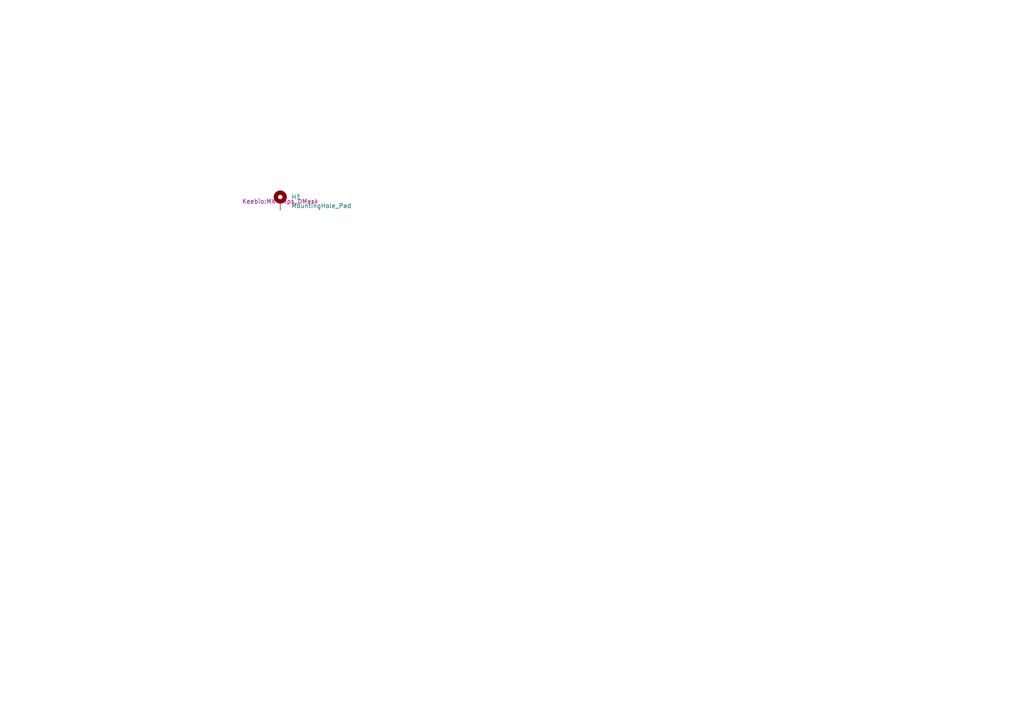
<source format=kicad_sch>
(kicad_sch (version 20210126) (generator eeschema)
  (paper "A4")
  (lib_symbols
    (symbol "Mechanical:MountingHole_Pad" (pin_numbers hide) (pin_names (offset 1.016) hide)
      (property "Reference" "H" (at 0 6.35 0))
      (property "Value" "MountingHole_Pad" (at 0 4.445 0))
      (symbol "MountingHole_Pad_0_1"
        (circle (center 0 1.27) (radius 1.27) (stroke (width 1.27)))
      )
      (symbol "MountingHole_Pad_1_1"
        (pin input line (at 0 -2.54 90) (length 2.54) (name "1") (number "1"))
      )
    )
  )
  (symbol (lib_id "Mechanical:MountingHole_Pad") (at 81.28 58.42 0) (unit 1)
    (property "Reference" "H?" (at 84.455 57.15 0) (effects (justify left)))
    (property "Value" "MountingHole_Pad" (at 84.455 59.69 0) (effects (justify left)))
    (property "Footprint" "Keebio:MX-Alps_DMask" (at 81.28 58.42 0))
  )
)
</source>
